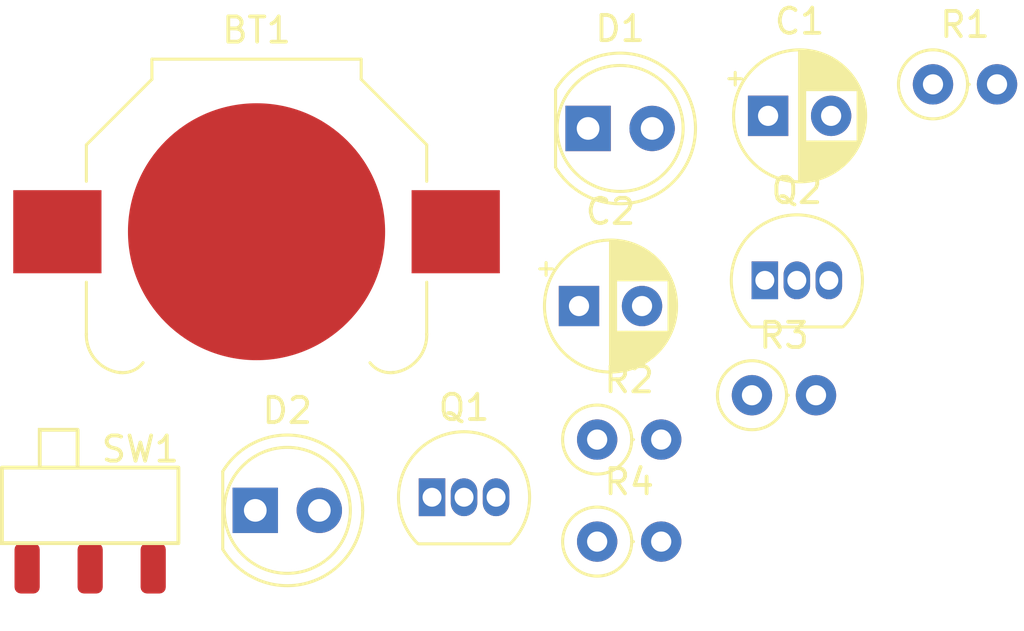
<source format=kicad_pcb>
(kicad_pcb (version 20211014) (generator pcbnew)
  (layers (0 "F.Cu" signal) (31 "B.Cu" signal) (34 "B.Paste" user) (35 "F.Paste" user) (36 "B.SilkS" user "B.Silkscreen") (37 "F.SilkS" user "F.Silkscreen") (38 "B.Mask" user) (39 "F.Mask" user) (44 "Edge.Cuts" user))
  (net 0 "")
  (net 1 "Net-(BT1-Pad1)")
  (net 2 "GND")
  (net 3 "Net-(C1-Pad1)")
  (net 4 "Net-(C2-Pad1)")
  (net 5 "Net-(C1-Pad2)")
  (net 6 "Net-(C2-Pad2)")
  (net 7 "Net-(D1-Pad2)")
  (net 8 "Net-(D2-Pad2)")
  (net 9 "Net-(R1-Pad1)")
  (footprint "Capacitor_THT:CP_Radial_D5.0mm_P2.50mm" (layer "F.Cu") (at 168.371775 83.284)
    (fp_text reference "C1" (at 1.25 -3.75) (layer "F.SilkS"))
    (fp_text value "10μF")
    (fp_line (start 3.651 -1.011) (end 3.651 1.011) (layer "F.SilkS") (width 0.12))
    (fp_line (start 2.851 1.04) (end 2.851 2.035) (layer "F.SilkS") (width 0.12))
    (fp_line (start 3.691 -0.915) (end 3.691 0.915) (layer "F.SilkS") (width 0.12))
    (fp_line (start 3.171 -1.743) (end 3.171 -1.04) (layer "F.SilkS") (width 0.12))
    (fp_line (start 3.531 -1.251) (end 3.531 -1.04) (layer "F.SilkS") (width 0.12))
    (fp_line (start 3.211 1.04) (end 3.211 1.699) (layer "F.SilkS") (width 0.12))
    (fp_line (start 2.091 -2.442) (end 2.091 -1.04) (layer "F.SilkS") (width 0.12))
    (fp_line (start 2.571 1.04) (end 2.571 2.224) (layer "F.SilkS") (width 0.12))
    (fp_line (start 1.73 1.04) (end 1.73 2.536) (layer "F.SilkS") (width 0.12))
    (fp_line (start 1.971 -2.48) (end 1.971 -1.04) (layer "F.SilkS") (width 0.12))
    (fp_line (start 2.851 -2.035) (end 2.851 -1.04) (layer "F.SilkS") (width 0.12))
    (fp_line (start 1.81 -2.52) (end 1.81 -1.04) (layer "F.SilkS") (width 0.12))
    (fp_line (start 2.051 -2.455) (end 2.051 -1.04) (layer "F.SilkS") (width 0.12))
    (fp_line (start 2.811 1.04) (end 2.811 2.065) (layer "F.SilkS") (width 0.12))
    (fp_line (start 3.611 -1.098) (end 3.611 1.098) (layer "F.SilkS") (width 0.12))
    (fp_line (start 3.091 -1.826) (end 3.091 -1.04) (layer "F.SilkS") (width 0.12))
    (fp_line (start 2.291 1.04) (end 2.291 2.365) (layer "F.SilkS") (width 0.12))
    (fp_line (start 2.411 1.04) (end 2.411 2.31) (layer "F.SilkS") (width 0.12))
    (fp_line (start 3.371 1.04) (end 3.371 1.5) (layer "F.SilkS") (width 0.12))
    (fp_line (start 1.41 -2.576) (end 1.41 2.576) (layer "F.SilkS") (width 0.12))
    (fp_line (start 2.331 -2.348) (end 2.331 -1.04) (layer "F.SilkS") (width 0.12))
    (fp_line (start 2.051 1.04) (end 2.051 2.455) (layer "F.SilkS") (width 0.12))
    (fp_line (start 2.811 -2.065) (end 2.811 -1.04) (layer "F.SilkS") (width 0.12))
    (fp_line (start 3.411 1.04) (end 3.411 1.443) (layer "F.SilkS") (width 0.12))
    (fp_line (start 1.81 1.04) (end 1.81 2.52) (layer "F.SilkS") (width 0.12))
    (fp_line (start 2.891 -2.004) (end 2.891 -1.04) (layer "F.SilkS") (width 0.12))
    (fp_line (start 2.691 1.04) (end 2.691 2.149) (layer "F.SilkS") (width 0.12))
    (fp_line (start 2.211 1.04) (end 2.211 2.398) (layer "F.SilkS") (width 0.12))
    (fp_line (start 3.811 -0.518) (end 3.811 0.518) (layer "F.SilkS") (width 0.12))
    (fp_line (start 1.69 1.04) (end 1.69 2.543) (layer "F.SilkS") (width 0.12))
    (fp_line (start 2.611 1.04) (end 2.611 2.2) (layer "F.SilkS") (width 0.12))
    (fp_line (start 1.77 1.04) (end 1.77 2.528) (layer "F.SilkS") (width 0.12))
    (fp_line (start -1.304775 -1.725) (end -1.304775 -1.225) (layer "F.SilkS") (width 0.12))
    (fp_line (start 3.771 -0.677) (end 3.771 0.677) (layer "F.SilkS") (width 0.12))
    (fp_line (start 2.571 -2.224) (end 2.571 -1.04) (layer "F.SilkS") (width 0.12))
    (fp_line (start 2.691 -2.149) (end 2.691 -1.04) (layer "F.SilkS") (width 0.12))
    (fp_line (start 2.651 -2.175) (end 2.651 -1.04) (layer "F.SilkS") (width 0.12))
    (fp_line (start 1.85 -2.511) (end 1.85 -1.04) (layer "F.SilkS") (width 0.12))
    (fp_line (start 1.93 -2.491) (end 1.93 -1.04) (layer "F.SilkS") (width 0.12))
    (fp_line (start 3.411 -1.443) (end 3.411 -1.04) (layer "F.SilkS") (width 0.12))
    (fp_line (start 3.091 1.04) (end 3.091 1.826) (layer "F.SilkS") (width 0.12))
    (fp_line (start 1.53 1.04) (end 1.53 2.565) (layer "F.SilkS") (width 0.12))
    (fp_line (start 2.651 1.04) (end 2.651 2.175) (layer "F.SilkS") (width 0.12))
    (fp_line (start 2.731 1.04) (end 2.731 2.122) (layer "F.SilkS") (width 0.12))
    (fp_line (start 1.25 -2.58) (end 1.25 2.58) (layer "F.SilkS") (width 0.12))
    (fp_line (start 1.61 -2.556) (end 1.61 -1.04) (layer "F.SilkS") (width 0.12))
    (fp_line (start 3.251 1.04) (end 3.251 1.653) (layer "F.SilkS") (width 0.12))
    (fp_line (start 1.85 1.04) (end 1.85 2.511) (layer "F.SilkS") (width 0.12))
    (fp_line (start 3.131 1.04) (end 3.131 1.785) (layer "F.SilkS") (width 0.12))
    (fp_line (start 2.971 -1.937) (end 2.971 -1.04) (layer "F.SilkS") (width 0.12))
    (fp_line (start 1.69 -2.543) (end 1.69 -1.04) (layer "F.SilkS") (width 0.12))
    (fp_line (start 1.53 -2.565) (end 1.53 -1.04) (layer "F.SilkS") (width 0.12))
    (fp_line (start 1.971 1.04) (end 1.971 2.48) (layer "F.SilkS") (width 0.12))
    (fp_line (start 3.331 1.04) (end 3.331 1.554) (layer "F.SilkS") (width 0.12))
    (fp_line (start 2.171 1.04) (end 2.171 2.414) (layer "F.SilkS") (width 0.12))
    (fp_line (start 2.771 -2.095) (end 2.771 -1.04) (layer "F.SilkS") (width 0.12))
    (fp_line (start 2.531 1.04) (end 2.531 2.247) (layer "F.SilkS") (width 0.12))
    (fp_line (start 3.051 -1.864) (end 3.051 -1.04) (layer "F.SilkS") (width 0.12))
    (fp_line (start 1.57 1.04) (end 1.57 2.561) (layer "F.SilkS") (width 0.12))
    (fp_line (start 2.371 1.04) (end 2.371 2.329) (layer "F.SilkS") (width 0.12))
    (fp_line (start 3.571 -1.178) (end 3.571 1.178) (layer "F.SilkS") (width 0.12))
    (fp_line (start 3.491 1.04) (end 3.491 1.319) (layer "F.SilkS") (width 0.12))
    (fp_line (start 3.291 1.04) (end 3.291 1.605) (layer "F.SilkS") (width 0.12))
    (fp_line (start 1.89 -2.501) (end 1.89 -1.04) (layer "F.SilkS") (width 0.12))
    (fp_line (start 1.33 -2.579) (end 1.33 2.579) (layer "F.SilkS") (width 0.12))
    (fp_line (start 1.93 1.04) (end 1.93 2.491) (layer "F.SilkS") (width 0.12))
    (fp_line (start 2.891 1.04) (end 2.891 2.004) (layer "F.SilkS") (width 0.12))
    (fp_line (start 3.011 1.04) (end 3.011 1.901) (layer "F.SilkS") (width 0.12))
    (fp_line (start 2.971 1.04) (end 2.971 1.937) (layer "F.SilkS") (width 0.12))
    (fp_line (start 3.211 -1.699) (end 3.211 -1.04) (layer "F.SilkS") (width 0.12))
    (fp_line (start 3.731 -0.805) (end 3.731 0.805) (layer "F.SilkS") (width 0.12))
    (fp_line (start 2.011 1.04) (end 2.011 2.468) (layer "F.SilkS") (width 0.12))
    (fp_line (start 3.331 -1.554) (end 3.331 -1.04) (layer "F.SilkS") (width 0.12))
    (fp_line (start 1.65 1.04) (end 1.65 2.55) (layer "F.SilkS") (width 0.12))
    (fp_line (start 3.491 -1.319) (end 3.491 -1.04) (layer "F.SilkS") (width 0.12))
    (fp_line (start 2.251 1.04) (end 2.251 2.382) (layer "F.SilkS") (width 0.12))
    (fp_line (start 2.291 -2.365) (end 2.291 -1.04) (layer "F.SilkS") (width 0.12))
    (fp_line (start 2.331 1.04) (end 2.331 2.348) (layer "F.SilkS") (width 0.12))
    (fp_line (start 2.451 1.04) (end 2.451 2.29) (layer "F.SilkS") (width 0.12))
    (fp_line (start 2.251 -2.382) (end 2.251 -1.04) (layer "F.SilkS") (width 0.12))
    (fp_line (start 3.171 1.04) (end 3.171 1.743) (layer "F.SilkS") (width 0.12))
    (fp_line (start 2.411 -2.31) (end 2.411 -1.04) (layer "F.SilkS") (width 0.12))
    (fp_line (start 1.49 -2.569) (end 1.49 -1.04) (layer "F.SilkS") (width 0.12))
    (fp_line (start 1.73 -2.536) (end 1.73 -1.04) (layer "F.SilkS") (width 0.12))
    (fp_line (start 2.371 -2.329) (end 2.371 -1.04) (layer "F.SilkS") (width 0.12))
    (fp_line (start 2.171 -2.414) (end 2.171 -1.04) (layer "F.SilkS") (width 0.12))
    (fp_line (start 2.491 1.04) (end 2.491 2.268) (layer "F.SilkS") (width 0.12))
    (fp_line (start 3.051 1.04) (end 3.051 1.864) (layer "F.SilkS") (width 0.12))
    (fp_line (start 3.371 -1.5) (end 3.371 -1.04) (layer "F.SilkS") (width 0.12))
    (fp_line (start 3.011 -1.901) (end 3.011 -1.04) (layer "F.SilkS") (width 0.12))
    (fp_line (start 1.77 -2.528) (end 1.77 -1.04) (layer "F.SilkS") (width 0.12))
    (fp_line (start 2.931 -1.971) (end 2.931 -1.04) (layer "F.SilkS") (width 0.12))
    (fp_line (start 2.771 1.04) (end 2.771 2.095) (layer "F.SilkS") (width 0.12))
    (fp_line (start 2.011 -2.468) (end 2.011 -1.04) (layer "F.SilkS") (width 0.12))
    (fp_line (start 2.491 -2.268) (end 2.491 -1.04) (layer "F.SilkS") (width 0.12))
    (fp_line (start 1.37 -2.578) (end 1.37 2.578) (layer "F.SilkS") (width 0.12))
    (fp_line (start 1.49 1.04) (end 1.49 2.569) (layer "F.SilkS") (width 0.12))
    (fp_line (start 3.451 1.04) (end 3.451 1.383) (layer "F.SilkS") (width 0.12))
    (fp_line (start 2.131 1.04) (end 2.131 2.428) (layer "F.SilkS") (width 0.12))
    (fp_line (start 2.611 -2.2) (end 2.611 -1.04) (layer "F.SilkS") (width 0.12))
    (fp_line (start 3.451 -1.383) (end 3.451 -1.04) (layer "F.SilkS") (width 0.12))
    (fp_line (start 1.57 -2.561) (end 1.57 -1.04) (layer "F.SilkS") (width 0.12))
    (fp_line (start 3.531 1.04) (end 3.531 1.251) (layer "F.SilkS") (width 0.12))
    (fp_line (start 1.65 -2.55) (end 1.65 -1.04) (layer "F.SilkS") (width 0.12))
    (fp_line (start 1.45 -2.573) (end 1.45 2.573) (layer "F.SilkS") (width 0.12))
    (fp_line (start 1.89 1.04) (end 1.89 2.501) (layer "F.SilkS") (width 0.12))
    (fp_line (start 2.531 -2.247) (end 2.531 -1.04) (layer "F.SilkS") (width 0.12))
    (fp_line (start 1.61 1.04) (end 1.61 2.556) (layer "F.SilkS") (width 0.12))
    (fp_line (start 2.731 -2.122) (end 2.731 -1.04) (layer "F.SilkS") (width 0.12))
    (fp_line (start 2.931 1.04) (end 2.931 1.971) (layer "F.SilkS") (width 0.12))
    (fp_line (start 3.851 -0.284) (end 3.851 0.284) (layer "F.SilkS") (width 0.12))
    (fp_line (start 1.29 -2.58) (end 1.29 2.58) (layer "F.SilkS") (width 0.12))
    (fp_line (start 2.211 -2.398) (end 2.211 -1.04) (layer "F.SilkS") (width 0.12))
    (fp_line (start 2.451 -2.29) (end 2.451 -1.04) (layer "F.SilkS") (width 0.12))
    (fp_line (start 2.091 1.04) (end 2.091 2.442) (layer "F.SilkS") (width 0.12))
    (fp_line (start 2.131 -2.428) (end 2.131 -1.04) (layer "F.SilkS") (width 0.12))
    (fp_line (start 3.131 -1.785) (end 3.131 -1.04) (layer "F.SilkS") (width 0.12))
    (fp_line (start 3.251 -1.653) (end 3.251 -1.04) (layer "F.SilkS") (width 0.12))
    (fp_line (start 3.291 -1.605) (end 3.291 -1.04) (layer "F.SilkS") (width 0.12))
    (fp_line (start -1.554775 -1.475) (end -1.054775 -1.475) (layer "F.SilkS") (width 0.12))
    (fp_circle (center 1.25 0) (end 3.87 0) (layer "F.SilkS") (width 0.12) (fill none))
    (pad "1" thru_hole rect (at 0 0) (size 1.6 1.6) (drill 0.8) (layers *.Cu *.Mask) (net 3 "Net-(C1-Pad1)"))
    (pad "2" thru_hole circle (at 2.5 0) (size 1.6 1.6) (drill 0.8) (layers *.Cu *.Mask) (net 5 "Net-(C1-Pad2)"))
  )
  (footprint "Package_TO_SOT_THT:TO-92_Inline" (layer "F.Cu") (at 155.042 98.424)
    (fp_text reference "Q1" (at 1.27 -3.56) (layer "F.SilkS"))
    (fp_text value "2N3904")
    (fp_line (start -0.53 1.85) (end 3.07 1.85) (layer "F.SilkS") (width 0.12))
    (fp_arc (start -0.568478 1.838478) (mid -1.132087 -0.994977) (end 1.27 -2.6) (layer "F.SilkS") (width 0.12))
    (fp_arc (start 1.27 -2.6) (mid 3.672087 -0.994977) (end 3.108478 1.838478) (layer "F.SilkS") (width 0.12))
    (pad "1" thru_hole rect (at 0 0) (size 1.05 1.5) (drill 0.75) (layers *.Cu *.Mask) (net 2 "GND"))
    (pad "2" thru_hole oval (at 1.27 0) (size 1.05 1.5) (drill 0.75) (layers *.Cu *.Mask) (net 4 "Net-(C2-Pad1)"))
    (pad "3" thru_hole oval (at 2.54 0) (size 1.05 1.5) (drill 0.75) (layers *.Cu *.Mask) (net 5 "Net-(C1-Pad2)"))
  )
  (footprint "Capacitor_THT:CP_Radial_D5.0mm_P2.50mm" (layer "F.Cu") (at 160.871775 90.834)
    (fp_text reference "C2" (at 1.25 -3.75) (layer "F.SilkS"))
    (fp_text value "10μF")
    (fp_line (start 2.771 -2.095) (end 2.771 -1.04) (layer "F.SilkS") (width 0.12))
    (fp_line (start 3.091 -1.826) (end 3.091 -1.04) (layer "F.SilkS") (width 0.12))
    (fp_line (start 3.411 -1.443) (end 3.411 -1.04) (layer "F.SilkS") (width 0.12))
    (fp_line (start 2.051 1.04) (end 2.051 2.455) (layer "F.SilkS") (width 0.12))
    (fp_line (start 2.211 -2.398) (end 2.211 -1.04) (layer "F.SilkS") (width 0.12))
    (fp_line (start 1.73 -2.536) (end 1.73 -1.04) (layer "F.SilkS") (width 0.12))
    (fp_line (start 1.49 -2.569) (end 1.49 -1.04) (layer "F.SilkS") (width 0.12))
    (fp_line (start 3.251 -1.653) (end 3.251 -1.04) (layer "F.SilkS") (width 0.12))
    (fp_line (start 2.291 1.04) (end 2.291 2.365) (layer "F.SilkS") (width 0.12))
    (fp_line (start 1.81 1.04) (end 1.81 2.52) (layer "F.SilkS") (width 0.12))
    (fp_line (start 2.691 -2.149) (end 2.691 -1.04) (layer "F.SilkS") (width 0.12))
    (fp_line (start 2.011 -2.468) (end 2.011 -1.04) (layer "F.SilkS") (width 0.12))
    (fp_line (start 2.331 -2.348) (end 2.331 -1.04) (layer "F.SilkS") (width 0.12))
    (fp_line (start 1.29 -2.58) (end 1.29 2.58) (layer "F.SilkS") (width 0.12))
    (fp_line (start 1.57 1.04) (end 1.57 2.561) (layer "F.SilkS") (width 0.12))
    (fp_line (start 3.691 -0.915) (end 3.691 0.915) (layer "F.SilkS") (width 0.12))
    (fp_line (start 3.811 -0.518) (end 3.811 0.518) (layer "F.SilkS") (width 0.12))
    (fp_line (start 3.651 -1.011) (end 3.651 1.011) (layer "F.SilkS") (width 0.12))
    (fp_line (start 2.571 1.04) (end 2.571 2.224) (layer "F.SilkS") (width 0.12))
    (fp_line (start 3.531 -1.251) (end 3.531 -1.04) (layer "F.SilkS") (width 0.12))
    (fp_line (start 1.77 1.04) (end 1.77 2.528) (layer "F.SilkS") (width 0.12))
    (fp_line (start 3.331 -1.554) (end 3.331 -1.04) (layer "F.SilkS") (width 0.12))
    (fp_line (start 1.971 -2.48) (end 1.971 -1.04) (layer "F.SilkS") (width 0.12))
    (fp_line (start 3.131 1.04) (end 3.131 1.785) (layer "F.SilkS") (width 0.12))
    (fp_line (start 3.171 1.04) (end 3.171 1.743) (layer "F.SilkS") (width 0.12))
    (fp_line (start 3.291 1.04) (end 3.291 1.605) (layer "F.SilkS") (width 0.12))
    (fp_line (start 1.49 1.04) (end 1.49 2.569) (layer "F.SilkS") (width 0.12))
    (fp_line (start 3.851 -0.284) (end 3.851 0.284) (layer "F.SilkS") (width 0.12))
    (fp_line (start 3.131 -1.785) (end 3.131 -1.04) (layer "F.SilkS") (width 0.12))
    (fp_line (start 2.891 1.04) (end 2.891 2.004) (layer "F.SilkS") (width 0.12))
    (fp_line (start 2.851 -2.035) (end 2.851 -1.04) (layer "F.SilkS") (width 0.12))
    (fp_line (start 2.371 -2.329) (end 2.371 -1.04) (layer "F.SilkS") (width 0.12))
    (fp_line (start 1.85 1.04) (end 1.85 2.511) (layer "F.SilkS") (width 0.12))
    (fp_line (start 3.771 -0.677) (end 3.771 0.677) (layer "F.SilkS") (width 0.12))
    (fp_line (start 3.011 -1.901) (end 3.011 -1.04) (layer "F.SilkS") (width 0.12))
    (fp_line (start 2.131 -2.428) (end 2.131 -1.04) (layer "F.SilkS") (width 0.12))
    (fp_line (start 3.091 1.04) (end 3.091 1.826) (layer "F.SilkS") (width 0.12))
    (fp_line (start 1.77 -2.528) (end 1.77 -1.04) (layer "F.SilkS") (width 0.12))
    (fp_line (start 1.85 -2.511) (end 1.85 -1.04) (layer "F.SilkS") (width 0.12))
    (fp_line (start 1.61 1.04) (end 1.61 2.556) (layer "F.SilkS") (width 0.12))
    (fp_line (start 3.011 1.04) (end 3.011 1.901) (layer "F.SilkS") (width 0.12))
    (fp_line (start 3.491 1.04) (end 3.491 1.319) (layer "F.SilkS") (width 0.12))
    (fp_line (start 1.971 1.04) (end 1.971 2.48) (layer "F.SilkS") (width 0.12))
    (fp_line (start 2.851 1.04) (end 2.851 2.035) (layer "F.SilkS") (width 0.12))
    (fp_line (start 3.531 1.04) (end 3.531 1.251) (layer "F.SilkS") (width 0.12))
    (fp_line (start 3.611 -1.098) (end 3.611 1.098) (layer "F.SilkS") (width 0.12))
    (fp_line (start 1.41 -2.576) (end 1.41 2.576) (layer "F.SilkS") (width 0.12))
    (fp_line (start 1.89 -2.501) (end 1.89 -1.04) (layer "F.SilkS") (width 0.12))
    (fp_line (start 3.331 1.04) (end 3.331 1.554) (layer "F.SilkS") (width 0.12))
    (fp_line (start 1.61 -2.556) (end 1.61 -1.04) (layer "F.SilkS") (width 0.12))
    (fp_line (start 1.33 -2.579) (end 1.33 2.579) (layer "F.SilkS") (width 0.12))
    (fp_line (start 2.531 1.04) (end 2.531 2.247) (layer "F.SilkS") (width 0.12))
    (fp_line (start 1.81 -2.52) (end 1.81 -1.04) (layer "F.SilkS") (width 0.12))
    (fp_line (start 2.971 1.04) (end 2.971 1.937) (layer "F.SilkS") (width 0.12))
    (fp_line (start 2.571 -2.224) (end 2.571 -1.04) (layer "F.SilkS") (width 0.12))
    (fp_line (start 2.731 1.04) (end 2.731 2.122) (layer "F.SilkS") (width 0.12))
    (fp_line (start 2.011 1.04) (end 2.011 2.468) (layer "F.SilkS") (width 0.12))
    (fp_line (start 2.651 1.04) (end 2.651 2.175) (layer "F.SilkS") (width 0.12))
    (fp_line (start 3.171 -1.743) (end 3.171 -1.04) (layer "F.SilkS") (width 0.12))
    (fp_line (start 2.651 -2.175) (end 2.651 -1.04) (layer "F.SilkS") (width 0.12))
    (fp_line (start 3.211 1.04) (end 3.211 1.699) (layer "F.SilkS") (width 0.12))
    (fp_line (start 2.931 1.04) (end 2.931 1.971) (layer "F.SilkS") (width 0.12))
    (fp_line (start 2.331 1.04) (end 2.331 2.348) (layer "F.SilkS") (width 0.12))
    (fp_line (start 2.171 -2.414) (end 2.171 -1.04) (layer "F.SilkS") (width 0.12))
    (fp_line (start 2.971 -1.937) (end 2.971 -1.04) (layer "F.SilkS") (width 0.12))
    (fp_line (start 1.37 -2.578) (end 1.37 2.578) (layer "F.SilkS") (width 0.12))
    (fp_line (start 2.411 -2.31) (end 2.411 -1.04) (layer "F.SilkS") (width 0.12))
    (fp_line (start 3.211 -1.699) (end 3.211 -1.04) (layer "F.SilkS") (width 0.12))
    (fp_line (start 1.65 1.04) (end 1.65 2.55) (layer "F.SilkS") (width 0.12))
    (fp_line (start 1.73 1.04) (end 1.73 2.536) (layer "F.SilkS") (width 0.12))
    (fp_line (start 2.691 1.04) (end 2.691 2.149) (layer "F.SilkS") (width 0.12))
    (fp_line (start -1.304775 -1.725) (end -1.304775 -1.225) (layer "F.SilkS") (width 0.12))
    (fp_line (start 2.491 -2.268) (end 2.491 -1.04) (layer "F.SilkS") (width 0.12))
    (fp_line (start 3.451 1.04) (end 3.451 1.383) (layer "F.SilkS") (width 0.12))
    (fp_line (start 3.371 -1.5) (end 3.371 -1.04) (layer "F.SilkS") (width 0.12))
    (fp_line (start 3.051 1.04) (end 3.051 1.864) (layer "F.SilkS") (width 0.12))
    (fp_line (start 3.491 -1.319) (end 3.491 -1.04) (layer "F.SilkS") (width 0.12))
    (fp_line (start 2.371 1.04) (end 2.371 2.329) (layer "F.SilkS") (width 0.12))
    (fp_line (start 3.051 -1.864) (end 3.051 -1.04) (layer "F.SilkS") (width 0.12))
    (fp_line (start 2.051 -2.455) (end 2.051 -1.04) (layer "F.SilkS") (width 0.12))
    (fp_line (start 2.451 -2.29) (end 2.451 -1.04) (layer "F.SilkS") (width 0.12))
    (fp_line (start 2.731 -2.122) (end 2.731 -1.04) (layer "F.SilkS") (width 0.12))
    (fp_line (start 3.731 -0.805) (end 3.731 0.805) (layer "F.SilkS") (width 0.12))
    (fp_line (start -1.554775 -1.475) (end -1.054775 -1.475) (layer "F.SilkS") (width 0.12))
    (fp_line (start 3.411 1.04) (end 3.411 1.443) (layer "F.SilkS") (width 0.12))
    (fp_line (start 2.251 -2.382) (end 2.251 -1.04) (layer "F.SilkS") (width 0.12))
    (fp_line (start 1.89 1.04) (end 1.89 2.501) (layer "F.SilkS") (width 0.12))
    (fp_line (start 3.371 1.04) (end 3.371 1.5) (layer "F.SilkS") (width 0.12))
    (fp_line (start 2.291 -2.365) (end 2.291 -1.04) (layer "F.SilkS") (width 0.12))
    (fp_line (start 2.811 1.04) (end 2.811 2.065) (layer "F.SilkS") (width 0.12))
    (fp_line (start 2.211 1.04) (end 2.211 2.398) (layer "F.SilkS") (width 0.12))
    (fp_line (start 1.57 -2.561) (end 1.57 -1.04) (layer "F.SilkS") (width 0.12))
    (fp_line (start 3.571 -1.178) (end 3.571 1.178) (layer "F.SilkS") (width 0.12))
    (fp_line (start 1.25 -2.58) (end 1.25 2.58) (layer "F.SilkS") (width 0.12))
    (fp_line (start 1.93 -2.491) (end 1.93 -1.04) (layer "F.SilkS") (width 0.12))
    (fp_line (start 1.53 -2.565) (end 1.53 -1.04) (layer "F.SilkS") (width 0.12))
    (fp_line (start 3.451 -1.383) (end 3.451 -1.04) (layer "F.SilkS") (width 0.12))
    (fp_line (start 1.69 1.04) (end 1.69 2.543) (layer "F.SilkS") (width 0.12))
    (fp_line (start 1.93 1.04) (end 1.93 2.491) (layer "F.SilkS") (width 0.12))
    (fp_line (start 2.491 1.04) (end 2.491 2.268) (layer "F.SilkS") (width 0.12))
    (fp_line (start 1.45 -2.573) (end 1.45 2.573) (layer "F.SilkS") (width 0.12))
    (fp_line (start 2.131 1.04) (end 2.131 2.428) (layer "F.SilkS") (width 0.12))
    (fp_line (start 2.451 1.04) (end 2.451 2.29) (layer "F.SilkS") (width 0.12))
    (fp_line (start 2.251 1.04) (end 2.251 2.382) (layer "F.SilkS") (width 0.12))
    (fp_line (start 2.611 -2.2) (end 2.611 -1.04) (layer "F.SilkS") (width 0.12))
    (fp_line (start 2.091 -2.442) (end 2.091 -1.04) (layer "F.SilkS") (width 0.12))
    (fp_line (start 2.611 1.04) (end 2.611 2.2) (layer "F.SilkS") (width 0.12))
    (fp_line (start 2.171 1.04) (end 2.171 2.414) (layer "F.SilkS") (width 0.12))
    (fp_line (start 1.65 -2.55) (end 1.65 -1.04) (layer "F.SilkS") (width 0.12))
    (fp_line (start 1.69 -2.543) (end 1.69 -1.04) (layer "F.SilkS") (width 0.12))
    (fp_line (start 3.291 -1.605) (end 3.291 -1.04) (layer "F.SilkS") (width 0.12))
    (fp_line (start 2.531 -2.247) (end 2.531 -1.04) (layer "F.SilkS") (width 0.12))
    (fp_line (start 1.53 1.04) (end 1.53 2.565) (layer "F.SilkS") (width 0.12))
    (fp_line (start 2.891 -2.004) (end 2.891 -1.04) (layer "F.SilkS") (width 0.12))
    (fp_line (start 2.411 1.04) (end 2.411 2.31) (layer "F.SilkS") (width 0.12))
    (fp_line (start 2.811 -2.065) (end 2.811 -1.04) (layer "F.SilkS") (width 0.12))
    (fp_line (start 2.091 1.04) (end 2.091 2.442) (layer "F.SilkS") (width 0.12))
    (fp_line (start 3.251 1.04) (end 3.251 1.653) (layer "F.SilkS") (width 0.12))
    (fp_line (start 2.771 1.04) (end 2.771 2.095) (layer "F.SilkS") (width 0.12))
    (fp_line (start 2.931 -1.971) (end 2.931 -1.04) (layer "F.SilkS") (width 0.12))
    (fp_circle (center 1.25 0) (end 3.87 0) (layer "F.SilkS") (width 0.12) (fill none))
    (pad "1" thru_hole rect (at 0 0) (size 1.6 1.6) (drill 0.8) (layers *.Cu *.Mask) (net 4 "Net-(C2-Pad1)"))
    (pad "2" thru_hole circle (at 2.5 0) (size 1.6 1.6) (drill 0.8) (layers *.Cu *.Mask) (net 6 "Net-(C2-Pad2)"))
  )
  (footprint "Resistor_THT:R_Axial_DIN0207_L6.3mm_D2.5mm_P2.54mm_Vertical" (layer "F.Cu") (at 161.592 100.184)
    (fp_text reference "R4" (at 1.27 -2.37) (layer "F.SilkS"))
    (fp_text value "220Ω")
    (fp_line (start 1.37 0) (end 1.44 0) (layer "F.SilkS") (width 0.12))
    (fp_circle (center 0 0) (end 1.37 0) (layer "F.SilkS") (width 0.12) (fill none))
    (pad "1" thru_hole circle (at 0 0) (size 1.6 1.6) (drill 0.8) (layers *.Cu *.Mask) (net 9 "Net-(R1-Pad1)"))
    (pad "2" thru_hole oval (at 2.54 0) (size 1.6 1.6) (drill 0.8) (layers *.Cu *.Mask) (net 8 "Net-(D2-Pad2)"))
  )
  (footprint "Resistor_THT:R_Axial_DIN0207_L6.3mm_D2.5mm_P2.54mm_Vertical" (layer "F.Cu") (at 161.592 96.134)
    (fp_text reference "R2" (at 1.27 -2.37) (layer "F.SilkS"))
    (fp_text value "100kΩ")
    (fp_line (start 1.37 0) (end 1.44 0) (layer "F.SilkS") (width 0.12))
    (fp_circle (center 0 0) (end 1.37 0) (layer "F.SilkS") (width 0.12) (fill none))
    (pad "1" thru_hole circle (at 0 0) (size 1.6 1.6) (drill 0.8) (layers *.Cu *.Mask) (net 9 "Net-(R1-Pad1)"))
    (pad "2" thru_hole oval (at 2.54 0) (size 1.6 1.6) (drill 0.8) (layers *.Cu *.Mask) (net 3 "Net-(C1-Pad1)"))
  )
  (footprint "LED_THT:LED_D5.0mm" (layer "F.Cu") (at 148.032 98.944)
    (fp_text reference "D2" (at 1.27 -3.96) (layer "F.SilkS"))
    (fp_text value "LED")
    (fp_line (start -1.29 -1.545) (end -1.29 1.545) (layer "F.SilkS") (width 0.12))
    (fp_arc (start 4.26 -0.000462) (mid 2.072002 2.880433) (end -1.29 1.54483) (layer "F.SilkS") (width 0.12))
    (fp_arc (start -1.29 -1.54483) (mid 2.072002 -2.880433) (end 4.26 0.000462) (layer "F.SilkS") (width 0.12))
    (fp_circle (center 1.27 0) (end 3.77 0) (layer "F.SilkS") (width 0.12) (fill none))
    (pad "1" thru_hole rect (at 0 0) (size 1.8 1.8) (drill 0.9) (layers *.Cu *.Mask) (net 6 "Net-(C2-Pad2)"))
    (pad "2" thru_hole circle (at 2.54 0) (size 1.8 1.8) (drill 0.9) (layers *.Cu *.Mask) (net 8 "Net-(D2-Pad2)"))
  )
  (footprint "Resistor_THT:R_Axial_DIN0207_L6.3mm_D2.5mm_P2.54mm_Vertical" (layer "F.Cu") (at 167.732 94.374)
    (fp_text reference "R3" (at 1.27 -2.37) (layer "F.SilkS"))
    (fp_text value "100kΩ")
    (fp_line (start 1.37 0) (end 1.44 0) (layer "F.SilkS") (width 0.12))
    (fp_circle (center 0 0) (end 1.37 0) (layer "F.SilkS") (width 0.12) (fill none))
    (pad "1" thru_hole circle (at 0 0) (size 1.6 1.6) (drill 0.8) (layers *.Cu *.Mask) (net 9 "Net-(R1-Pad1)"))
    (pad "2" thru_hole oval (at 2.54 0) (size 1.6 1.6) (drill 0.8) (layers *.Cu *.Mask) (net 4 "Net-(C2-Pad1)"))
  )
  (footprint "Blinky_ZAM:SSK-1202" (layer "F.Cu") (at 141.483201 101.245199)
    (fp_text reference "SW1" (at 1.99 -4.73 unlocked) (layer "F.SilkS"))
    (fp_text value "SW_SPST")
    (fp_rect (start -3.500001 -1) (end 3.500001 -4) (layer "F.SilkS") (width 0.1524) (fill none))
    (fp_rect (start -2 -5.499999) (end -0.5 -4) (layer "F.SilkS") (width 0.1524) (fill none))
    (pad "" np_thru_hole circle (at 1.25 -2.75) (size 0.8 0.8) (drill 0.8) (layers F&B.Cu *.Mask))
    (pad "" np_thru_hole circle (at -1.25 -2.75) (size 0.8 0.8) (drill 0.8) (layers F&B.Cu *.Mask))
    (pad "1" smd roundrect (at -2.5 0) (size 1 2) (layers "F.Cu" "F.Paste" "F.Mask") (net 1 "Net-(BT1-Pad1)"))
    (pad "2" smd roundrect (at 0 0) (size 1 2) (layers "F.Cu" "F.Paste" "F.Mask") (net 9 "Net-(R1-Pad1)"))
    (pad "3" smd roundrect (at 2.5 0) (size 1 2) (layers "F.Cu" "F.Paste" "F.Mask"))
  )
  (footprint "LED_THT:LED_D5.0mm" (layer "F.Cu") (at 161.232 83.784)
    (fp_text reference "D1" (at 1.27 -3.96) (layer "F.SilkS"))
    (fp_text value "LED")
    (fp_line (start -1.29 -1.545) (end -1.29 1.545) (layer "F.SilkS") (width 0.12))
    (fp_arc (start -1.29 -1.54483) (mid 2.072002 -2.880433) (end 4.26 0.000462) (layer "F.SilkS") (width 0.12))
    (fp_arc (start 4.26 -0.000462) (mid 2.072002 2.880433) (end -1.29 1.54483) (layer "F.SilkS") (width 0.12))
    (fp_circle (center 1.27 0) (end 3.77 0) (layer "F.SilkS") (width 0.12) (fill none))
    (pad "1" thru_hole rect (at 0 0) (size 1.8 1.8) (drill 0.9) (layers *.Cu *.Mask) (net 5 "Net-(C1-Pad2)"))
    (pad "2" thru_hole circle (at 2.54 0) (size 1.8 1.8) (drill 0.9) (layers *.Cu *.Mask) (net 7 "Net-(D1-Pad2)"))
  )
  (footprint "Resistor_THT:R_Axial_DIN0207_L6.3mm_D2.5mm_P2.54mm_Vertical" (layer "F.Cu") (at 174.912 82.034)
    (fp_text reference "R1" (at 1.27 -2.37) (layer "F.SilkS"))
    (fp_text value "220Ω")
    (fp_line (start 1.37 0) (end 1.44 0) (layer "F.SilkS") (width 0.12))
    (fp_circle (center 0 0) (end 1.37 0) (layer "F.SilkS") (width 0.12) (fill none))
    (pad "1" thru_hole circle (at 0 0) (size 1.6 1.6) (drill 0.8) (layers *.Cu *.Mask) (net 9 "Net-(R1-Pad1)"))
    (pad "2" thru_hole oval (at 2.54 0) (size 1.6 1.6) (drill 0.8) (layers *.Cu *.Mask) (net 7 "Net-(D1-Pad2)"))
  )
  (footprint "Battery:BatteryHolder_Keystone_3000_1x12mm" (layer "F.Cu") (at 148.082 87.884)
    (fp_text reference "BT1" (at 0 -8) (layer "F.SilkS"))
    (fp_text value "Battery_Cell")
    (fp_line (start -6.75 2) (end -6.75 4.1) (layer "F.SilkS") (width 0.12))
    (fp_line (start -4.15 -6.05) (end -4.15 -6.85) (layer "F.SilkS") (width 0.12))
    (fp_line (start 6.75 2) (end 6.75 4.1) (layer "F.SilkS") (width 0.12))
    (fp_line (start 6.75 -3.45) (end 6.75 -2) (layer "F.SilkS") (width 0.12))
    (fp_line (start -4.15 -6.85) (end 4.15 -6.85) (layer "F.SilkS") (width 0.12))
    (fp_line (start -6.75 -2) (end -6.75 -3.45) (layer "F.SilkS") (width 0.12))
    (fp_line (start -6.75 -3.45) (end -4.15 -6.05) (layer "F.SilkS") (width 0.12))
    (fp_line (start 4.15 -6.05) (end 6.75 -3.45) (layer "F.SilkS") (width 0.12))
    (fp_line (start 4.15 -6.85) (end 4.15 -6.05) (layer "F.SilkS") (width 0.12))
    (fp_arc (start 6.75 4.05) (mid 6.346016 5.125305) (end 5.3 5.6) (layer "F.SilkS") (width 0.12))
    (fp_arc (start -4.5 5.2) (mid -4.90584 5.514615) (end -5.414615 5.58416) (layer "F.SilkS") (width 0.12))
    (fp_arc (start 5.414615 5.58416) (mid 4.90584 5.514615) (end 4.5 5.2) (layer "F.SilkS") (width 0.12))
    (fp_arc (start -5.3 5.6) (mid -6.346016 5.125305) (end -6.75 4.05) (layer "F.SilkS") (width 0.12))
    (pad "1" smd rect (at 7.9 0) (size 3.5 3.3) (layers "F.Cu" "F.Paste" "F.Mask") (net 1 "Net-(BT1-Pad1)"))
    (pad "1" smd rect (at -7.9 0) (size 3.5 3.3) (layers "F.Cu" "F.Paste" "F.Mask") (net 1 "Net-(BT1-Pad1)"))
    (pad "2" smd circle (at 0 0) (size 10.2 10.2) (layers "F.Cu" "F.Mask") (net 2 "GND"))
  )
  (footprint "Package_TO_SOT_THT:TO-92_Inline" (layer "F.Cu") (at 168.242 89.814)
    (fp_text reference "Q2" (at 1.27 -3.56) (layer "F.SilkS"))
    (fp_text value "2N3904")
    (fp_line (start -0.53 1.85) (end 3.07 1.85) (layer "F.SilkS") (width 0.12))
    (fp_arc (start 1.27 -2.6) (mid 3.672087 -0.994977) (end 3.108478 1.838478) (layer "F.SilkS") (width 0.12))
    (fp_arc (start -0.568478 1.838478) (mid -1.132087 -0.994977) (end 1.27 -2.6) (layer "F.SilkS") (width 0.12))
    (pad "1" thru_hole rect (at 0 0) (size 1.05 1.5) (drill 0.75) (layers *.Cu *.Mask) (net 2 "GND"))
    (pad "2" thru_hole oval (at 1.27 0) (size 1.05 1.5) (drill 0.75) (layers *.Cu *.Mask) (net 3 "Net-(C1-Pad1)"))
    (pad "3" thru_hole oval (at 2.54 0) (size 1.05 1.5) (drill 0.75) (layers *.Cu *.Mask) (net 6 "Net-(C2-Pad2)"))
  )
)
</source>
